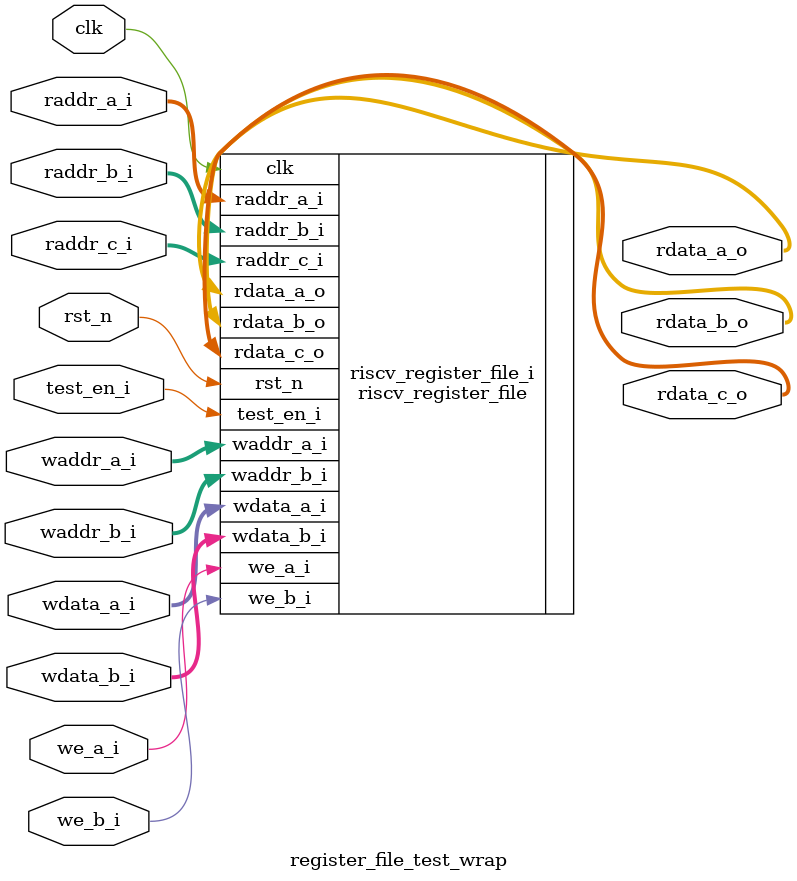
<source format=sv>


//
// ADDRESS 0 is NOT WRITABLE !!!!!!!!!!!!!!!!!!!!
//

module register_file_test_wrap
#(
   parameter ADDR_WIDTH    = 5,
   parameter DATA_WIDTH    = 32,
   parameter FPU           = 0,
   parameter Zfinx         = 0
)
(
   // Clock and Reset
   input  logic                   clk,
   input  logic                   rst_n,

   input  logic                   test_en_i,

   //Read port R1
   input  logic [ADDR_WIDTH-1:0]  raddr_a_i,
   output logic [DATA_WIDTH-1:0]  rdata_a_o,

   //Read port R2
   input  logic [ADDR_WIDTH-1:0]  raddr_b_i,
   output logic [DATA_WIDTH-1:0]  rdata_b_o,

   //Read port R3
   input  logic [ADDR_WIDTH-1:0]  raddr_c_i,
   output logic [DATA_WIDTH-1:0]  rdata_c_o,

   // Write port W1
   input  logic [ADDR_WIDTH-1:0]   waddr_a_i,
   input  logic [DATA_WIDTH-1:0]   wdata_a_i,
   input  logic                    we_a_i,

   // Write port W2
   input  logic [ADDR_WIDTH-1:0]   waddr_b_i,
   input  logic [DATA_WIDTH-1:0]   wdata_b_i,
   input  logic                    we_b_i
);




   riscv_register_file
   #(
      .ADDR_WIDTH ( ADDR_WIDTH          ),
      .DATA_WIDTH ( DATA_WIDTH          ),
      .FPU        ( FPU                 ),
      .Zfinx      ( Zfinx               )
   )
   riscv_register_file_i
   (
      .clk        ( clk                 ),
      .rst_n      ( rst_n               ),

      .test_en_i  ( test_en_i           ),

      .raddr_a_i  ( raddr_a_i           ),
      .rdata_a_o  ( rdata_a_o           ),

      .raddr_b_i  ( raddr_b_i           ),
      .rdata_b_o  ( rdata_b_o           ),

      .raddr_c_i  ( raddr_c_i           ),
      .rdata_c_o  ( rdata_c_o           ),

      .waddr_a_i  ( waddr_a_i           ),
      .wdata_a_i  ( wdata_a_i           ),
      .we_a_i     ( we_a_i              ),

      .waddr_b_i  ( waddr_b_i           ),
      .wdata_b_i  ( wdata_b_i           ),
      .we_b_i     ( we_b_i              )
   );





endmodule

</source>
